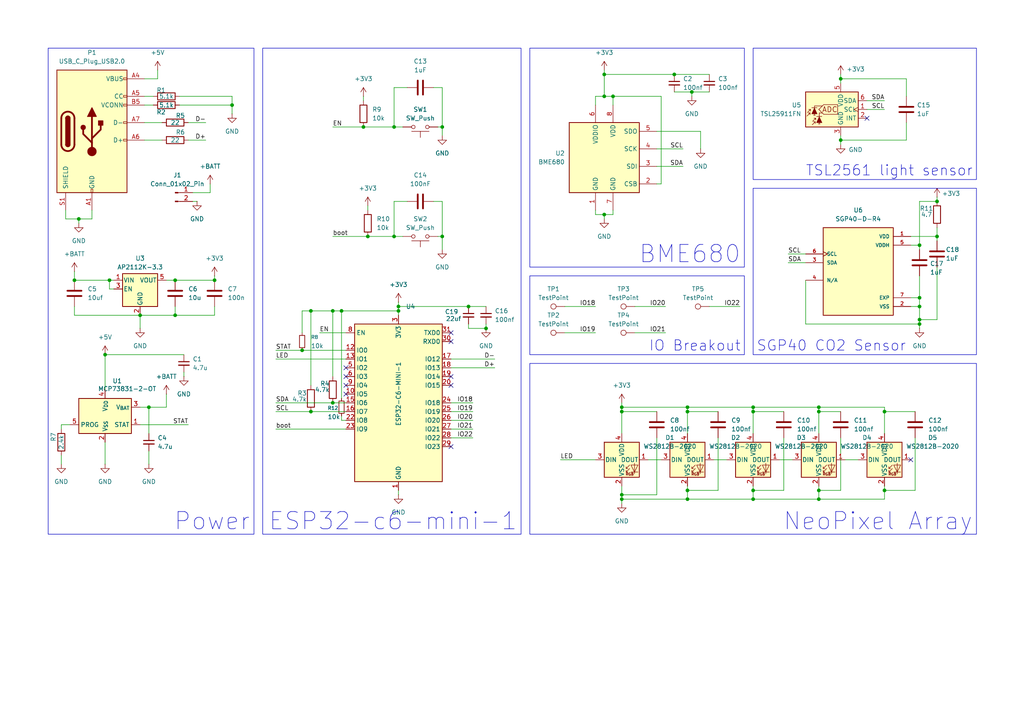
<source format=kicad_sch>
(kicad_sch (version 20250114) (generator "eeschema") (generator_version "9.0")
  (paper "A4")
  (lib_symbols
    (symbol "Battery_Management:MCP73831-2-OT"
      (property "Reference" "U" (at -7.62 6.35 0))
      (property "Value" "MCP73831-2-OT" (at 1.27 6.35 0))
      (symbol "MCP73831-2-OT_1_1"
        (pin input line (at -10.16 -2.54 0) (length 2.54) (name "PROG") (number "5"))
        (pin power_in line (at 0 7.62 270) (length 2.54) (name "V_{DD}") (number "4"))
        (pin power_in line (at 0 -7.62 90) (length 2.54) (name "V_{SS}") (number "2"))
        (pin power_out line (at 10.16 2.54 180) (length 2.54) (name "V_{BAT}") (number "3"))
        (pin tri_state line (at 10.16 -2.54 180) (length 2.54) (name "STAT") (number "1"))
      )
    )
    (symbol "Connector:Conn_01x02_Pin" (pin_names (offset 1.016) (hide yes))
      (property "Reference" "J" (at 0 2.54 0))
      (property "Value" "Conn_01x02_Pin" (at 0 -5.08 0))
      (symbol "Conn_01x02_Pin_1_1"
        (pin passive line (at 5.08 0 180) (length 3.81) (name "Pin_1") (number "1"))
        (pin passive line (at 5.08 -2.54 180) (length 3.81) (name "Pin_2") (number "2"))
      )
    )
    (symbol "Connector:TestPoint" (pin_numbers (hide yes)) (pin_names (offset 0.762) (hide yes))
      (property "Reference" "TP" (at 0 6.858 0))
      (property "Value" "TestPoint" (at 0 5.08 0))
      (symbol "TestPoint_1_1"
        (pin passive line (at 0 0 90) (length 2.54) (name "1") (number "1"))
      )
    )
    (symbol "Connector:USB_C_Plug_USB2.0" (pin_names (offset 1.016))
      (property "Reference" "P" (at -10.16 19.05 0))
      (property "Value" "USB_C_Plug_USB2.0" (at 12.7 19.05 0))
      (symbol "USB_C_Plug_USB2.0_1_1"
        (pin passive line (at -7.62 -22.86 90) (length 5.08) (name "SHIELD") (number "S1"))
        (pin passive line (at 0 -22.86 90) (length 5.08) (name "GND") (number "A1"))
        (pin passive line (at 0 -22.86 90) (length 5.08) (hide yes) (name "GND") (number "A12"))
        (pin passive line (at 0 -22.86 90) (length 5.08) (hide yes) (name "GND") (number "B1"))
        (pin passive line (at 0 -22.86 90) (length 5.08) (hide yes) (name "GND") (number "B12"))
        (pin passive line (at 15.24 15.24 180) (length 5.08) (name "VBUS") (number "A4"))
        (pin passive line (at 15.24 15.24 180) (length 5.08) (hide yes) (name "VBUS") (number "A9"))
        (pin passive line (at 15.24 15.24 180) (length 5.08) (hide yes) (name "VBUS") (number "B4"))
        (pin passive line (at 15.24 15.24 180) (length 5.08) (hide yes) (name "VBUS") (number "B9"))
        (pin bidirectional line (at 15.24 10.16 180) (length 5.08) (name "CC") (number "A5"))
        (pin bidirectional line (at 15.24 7.62 180) (length 5.08) (name "VCONN") (number "B5"))
        (pin bidirectional line (at 15.24 2.54 180) (length 5.08) (name "D-") (number "A7"))
        (pin bidirectional line (at 15.24 -2.54 180) (length 5.08) (name "D+") (number "A6"))
      )
    )
    (symbol "Device:C" (pin_numbers (hide yes)) (pin_names (offset 0.254))
      (property "Reference" "C" (at 0.635 2.54 0))
      (property "Value" "C" (at 0.635 -2.54 0))
      (symbol "C_1_1"
        (pin passive line (at 0 3.81 270) (length 2.794) (name "~") (number "1"))
        (pin passive line (at 0 -3.81 90) (length 2.794) (name "~") (number "2"))
      )
    )
    (symbol "Device:C_Small" (pin_numbers (hide yes)) (pin_names (offset 0.254) (hide yes))
      (property "Reference" "C" (at 0.254 1.778 0))
      (property "Value" "C_Small" (at 0.254 -2.032 0))
      (symbol "C_Small_1_1"
        (pin passive line (at 0 2.54 270) (length 2.032) (name "~") (number "1"))
        (pin passive line (at 0 -2.54 90) (length 2.032) (name "~") (number "2"))
      )
    )
    (symbol "Device:R" (pin_numbers (hide yes)) (pin_names (offset 0))
      (property "Reference" "R" (at 2.032 0 90))
      (property "Value" "R" (at 0 0 90))
      (symbol "R_1_1"
        (pin passive line (at 0 3.81 270) (length 1.27) (name "~") (number "1"))
        (pin passive line (at 0 -3.81 90) (length 1.27) (name "~") (number "2"))
      )
    )
    (symbol "Device:R_Small" (pin_numbers (hide yes)) (pin_names (offset 0.254) (hide yes))
      (property "Reference" "R" (at 0 0 90))
      (property "Value" "R_Small" (at 1.778 0 90))
      (symbol "R_Small_1_1"
        (pin passive line (at 0 2.54 270) (length 0.762) (name "~") (number "1"))
        (pin passive line (at 0 -2.54 90) (length 0.762) (name "~") (number "2"))
      )
    )
    (symbol "LED:WS2812B-2020" (pin_names (offset 0.254))
      (property "Reference" "D" (at 5.08 5.715 0))
      (property "Value" "WS2812B-2020" (at 1.27 -5.715 0))
      (symbol "WS2812B-2020_0_0"
        (text "RGB" (at 2.286 -4.191 0) (effects (font (size 0.762 0.762))))
      )
      (symbol "WS2812B-2020_1_1"
        (pin input line (at -7.62 0 0) (length 2.54) (name "DIN") (number "3"))
        (pin power_in line (at 0 7.62 270) (length 2.54) (name "VDD") (number "4"))
        (pin power_in line (at 0 -7.62 90) (length 2.54) (name "VSS") (number "2"))
        (pin output line (at 7.62 0 180) (length 2.54) (name "DOUT") (number "1"))
      )
    )
    (symbol "RF_Module:ESP32-C6-MINI-1"
      (property "Reference" "U" (at -11.43 24.13 0))
      (property "Value" "ESP32-C6-MINI-1" (at 12.7 24.13 0))
      (symbol "ESP32-C6-MINI-1_1_1"
        (pin input line (at -15.24 20.32 0) (length 2.54) (name "EN") (number "8"))
        (pin bidirectional line (at -15.24 15.24 0) (length 2.54) (name "IO0") (number "12"))
        (pin bidirectional line (at -15.24 12.7 0) (length 2.54) (name "IO1") (number "13"))
        (pin bidirectional line (at -15.24 10.16 0) (length 2.54) (name "IO2") (number "5"))
        (pin bidirectional line (at -15.24 7.62 0) (length 2.54) (name "IO3") (number "6"))
        (pin bidirectional line (at -15.24 5.08 0) (length 2.54) (name "IO4") (number "9"))
        (pin bidirectional line (at -15.24 2.54 0) (length 2.54) (name "IO5") (number "10"))
        (pin bidirectional line (at -15.24 0 0) (length 2.54) (name "IO6") (number "15"))
        (pin bidirectional line (at -15.24 -2.54 0) (length 2.54) (name "IO7") (number "16"))
        (pin bidirectional line (at -15.24 -5.08 0) (length 2.54) (name "IO8") (number "22"))
        (pin bidirectional line (at -15.24 -7.62 0) (length 2.54) (name "IO9") (number "23"))
        (pin no_connect line (at -12.7 -12.7 0) (length 2.54) (hide yes) (name "NC") (number "32"))
        (pin no_connect line (at -12.7 -15.24 0) (length 2.54) (hide yes) (name "NC") (number "33"))
        (pin no_connect line (at -12.7 -17.78 0) (length 2.54) (hide yes) (name "NC") (number "34"))
        (pin no_connect line (at -12.7 -20.32 0) (length 2.54) (hide yes) (name "NC") (number "35"))
        (pin power_in line (at 0 25.4 270) (length 2.54) (name "3V3") (number "3"))
        (pin power_in line (at 0 -25.4 90) (length 2.54) (name "GND") (number "1"))
        (pin passive line (at 0 -25.4 90) (length 2.54) (hide yes) (name "GND") (number "11"))
        (pin passive line (at 0 -25.4 90) (length 2.54) (hide yes) (name "GND") (number "14"))
        (pin passive line (at 0 -25.4 90) (length 2.54) (hide yes) (name "GND") (number "2"))
        (pin passive line (at 0 -25.4 90) (length 2.54) (hide yes) (name "GND") (number "36"))
        (pin passive line (at 0 -25.4 90) (length 2.54) (hide yes) (name "GND") (number "37"))
        (pin passive line (at 0 -25.4 90) (length 2.54) (hide yes) (name "GND") (number "38"))
        (pin passive line (at 0 -25.4 90) (length 2.54) (hide yes) (name "GND") (number "39"))
        (pin passive line (at 0 -25.4 90) (length 2.54) (hide yes) (name "GND") (number "40"))
        (pin passive line (at 0 -25.4 90) (length 2.54) (hide yes) (name "GND") (number "41"))
        (pin passive line (at 0 -25.4 90) (length 2.54) (hide yes) (name "GND") (number "42"))
        (pin passive line (at 0 -25.4 90) (length 2.54) (hide yes) (name "GND") (number "43"))
        (pin passive line (at 0 -25.4 90) (length 2.54) (hide yes) (name "GND") (number "44"))
        (pin passive line (at 0 -25.4 90) (length 2.54) (hide yes) (name "GND") (number "45"))
        (pin passive line (at 0 -25.4 90) (length 2.54) (hide yes) (name "GND") (number "46"))
        (pin passive line (at 0 -25.4 90) (length 2.54) (hide yes) (name "GND") (number "47"))
        (pin passive line (at 0 -25.4 90) (length 2.54) (hide yes) (name "GND") (number "48"))
        (pin passive line (at 0 -25.4 90) (length 2.54) (hide yes) (name "GND") (number "49"))
        (pin passive line (at 0 -25.4 90) (length 2.54) (hide yes) (name "GND") (number "50"))
        (pin passive line (at 0 -25.4 90) (length 2.54) (hide yes) (name "GND") (number "51"))
        (pin passive line (at 0 -25.4 90) (length 2.54) (hide yes) (name "GND") (number "52"))
        (pin passive line (at 0 -25.4 90) (length 2.54) (hide yes) (name "GND") (number "53"))
        (pin no_connect line (at 12.7 -15.24 180) (length 2.54) (hide yes) (name "NC") (number "4"))
        (pin no_connect line (at 12.7 -17.78 180) (length 2.54) (hide yes) (name "NC") (number "7"))
        (pin no_connect line (at 12.7 -20.32 180) (length 2.54) (hide yes) (name "NC") (number "21"))
        (pin bidirectional line (at 15.24 20.32 180) (length 2.54) (name "TXD0") (number "31"))
        (pin bidirectional line (at 15.24 17.78 180) (length 2.54) (name "RXD0") (number "30"))
        (pin bidirectional line (at 15.24 12.7 180) (length 2.54) (name "IO12") (number "17"))
        (pin bidirectional line (at 15.24 10.16 180) (length 2.54) (name "IO13") (number "18"))
        (pin bidirectional line (at 15.24 7.62 180) (length 2.54) (name "IO14") (number "19"))
        (pin bidirectional line (at 15.24 5.08 180) (length 2.54) (name "IO15") (number "20"))
        (pin bidirectional line (at 15.24 0 180) (length 2.54) (name "IO18") (number "24"))
        (pin bidirectional line (at 15.24 -2.54 180) (length 2.54) (name "IO19") (number "25"))
        (pin bidirectional line (at 15.24 -5.08 180) (length 2.54) (name "IO20") (number "26"))
        (pin bidirectional line (at 15.24 -7.62 180) (length 2.54) (name "IO21") (number "27"))
        (pin bidirectional line (at 15.24 -10.16 180) (length 2.54) (name "IO22") (number "28"))
        (pin bidirectional line (at 15.24 -12.7 180) (length 2.54) (name "IO23") (number "29"))
      )
    )
    (symbol "Regulator_Linear:AP2112K-3.3" (pin_names (offset 0.254))
      (property "Reference" "U" (at -5.08 5.715 0))
      (property "Value" "AP2112K-3.3" (at 0 5.715 0))
      (symbol "AP2112K-3.3_1_1"
        (pin power_in line (at -7.62 2.54 0) (length 2.54) (name "VIN") (number "1"))
        (pin input line (at -7.62 0 0) (length 2.54) (name "EN") (number "3"))
        (pin power_in line (at 0 -7.62 90) (length 2.54) (name "GND") (number "2"))
        (pin no_connect line (at 5.08 0 180) (length 2.54) (hide yes) (name "NC") (number "4"))
        (pin power_out line (at 7.62 2.54 180) (length 2.54) (name "VOUT") (number "5"))
      )
    )
    (symbol "SGP40-D-R4:SGP40-D-R4" (pin_names (offset 1.016))
      (property "Reference" "U" (at -10.16 13.462 0))
      (property "Value" "SGP40-D-R4" (at -10.16 -15.24 0))
      (symbol "SGP40-D-R4_0_0"
        (pin bidirectional clock (at -15.24 5.08 0) (length 5.08) (name "SCL") (number "6"))
        (pin bidirectional line (at -15.24 2.54 0) (length 5.08) (name "SDA") (number "3"))
        (pin passive line (at -15.24 -2.54 0) (length 5.08) (name "N/A") (number "4"))
        (pin power_in line (at 15.24 10.16 180) (length 5.08) (name "VDD") (number "1"))
        (pin power_in line (at 15.24 7.62 180) (length 5.08) (name "VDDH") (number "5"))
        (pin power_in line (at 15.24 -7.62 180) (length 5.08) (name "EXP") (number "7"))
        (pin power_in line (at 15.24 -10.16 180) (length 5.08) (name "VSS") (number "2"))
      )
    )
    (symbol "Sensor:BME680"
      (property "Reference" "U" (at -8.89 11.43 0))
      (property "Value" "BME680" (at 7.62 11.43 0))
      (symbol "BME680_1_1"
        (pin power_in line (at -2.54 15.24 270) (length 5.08) (name "VDDIO") (number "6"))
        (pin power_in line (at -2.54 -15.24 90) (length 5.08) (name "GND") (number "1"))
        (pin power_in line (at 2.54 15.24 270) (length 5.08) (name "VDD") (number "8"))
        (pin power_in line (at 2.54 -15.24 90) (length 5.08) (name "GND") (number "7"))
        (pin bidirectional line (at 15.24 7.62 180) (length 5.08) (name "SDO") (number "5"))
        (pin input line (at 15.24 2.54 180) (length 5.08) (name "SCK") (number "4"))
        (pin bidirectional line (at 15.24 -2.54 180) (length 5.08) (name "SDI") (number "3"))
        (pin input line (at 15.24 -7.62 180) (length 5.08) (name "CSB") (number "2"))
      )
    )
    (symbol "Sensor_Optical:TSL25911FN"
      (property "Reference" "U" (at -7.62 6.35 0))
      (property "Value" "TSL25911FN" (at 0 -6.35 0))
      (symbol "TSL25911FN_0_0"
        (text "ADC" (at -0.635 0 0) (effects (font (size 1.524 1.524))))
      )
      (symbol "TSL25911FN_1_1"
        (pin no_connect line (at -7.62 2.54 0) (length 2.54) (hide yes) (name "NC") (number "4"))
        (pin power_in line (at 2.54 7.62 270) (length 2.54) (name "VDD") (number "5"))
        (pin power_in line (at 2.54 -7.62 90) (length 2.54) (name "GND") (number "3"))
        (pin bidirectional line (at 10.16 2.54 180) (length 2.54) (name "SDA") (number "6"))
        (pin input clock (at 10.16 0 180) (length 2.54) (name "SCL") (number "1"))
        (pin open_collector line (at 10.16 -2.54 180) (length 2.54) (name "INT") (number "2"))
      )
    )
    (symbol "Switch:SW_Push" (pin_numbers (hide yes)) (pin_names (offset 1.016) (hide yes))
      (property "Reference" "SW" (at 1.27 2.54 0))
      (property "Value" "SW_Push" (at 0 -1.524 0))
      (symbol "SW_Push_0_1"
        (pin passive line (at -5.08 0 0) (length 2.54) (name "1") (number "1"))
        (pin passive line (at 5.08 0 180) (length 2.54) (name "2") (number "2"))
      )
    )
    (symbol "power:+3V3" (power) (pin_numbers (hide yes)) (pin_names (offset 0) (hide yes))
      (property "Value" "+3V3" (at 0 3.556 0))
      (symbol "+3V3_1_1"
        (pin power_in line (at 0 0 90) (length 0) (name "~") (number "1"))
      )
    )
    (symbol "power:+5V" (power) (pin_numbers (hide yes)) (pin_names (offset 0) (hide yes))
      (property "Value" "+5V" (at 0 3.556 0))
      (symbol "+5V_1_1"
        (pin power_in line (at 0 0 90) (length 0) (name "~") (number "1"))
      )
    )
    (symbol "power:+BATT" (power) (pin_numbers (hide yes)) (pin_names (offset 0) (hide yes))
      (property "Value" "+BATT" (at 0 3.556 0))
      (symbol "+BATT_1_1"
        (pin power_in line (at 0 0 90) (length 0) (name "~") (number "1"))
      )
    )
    (symbol "power:GND" (power) (pin_numbers (hide yes)) (pin_names (offset 0) (hide yes))
      (property "Value" "GND" (at 0 -3.81 0))
      (symbol "GND_1_1"
        (pin power_in line (at 0 0 270) (length 0) (name "~") (number "1"))
      )
    )
  )
  (text_box "TSL2561 light sensor" (at 218.44 13.97 0) (size 64.77 38.1) (margins 0.9525 0.9525 0.9525 0.9525) (effects (font (size 3 3)) (justify right bottom)))
  (text_box "ESP32-c6-mini-1" (at 76.2 13.97 0) (size 74.93 140.97) (margins 0.9525 0.9525 0.9525 0.9525) (effects (font (size 5 5)) (justify right bottom)))
  (text_box "NeoPixel Array" (at 153.67 105.41 0) (size 129.54 49.53) (margins 0.9525 0.9525 0.9525 0.9525) (effects (font (size 5 5)) (justify right bottom)))
  (text_box "IO Breakout" (at 153.67 80.01 0) (size 62.23 22.86) (margins 0.9525 0.9525 0.9525 0.9525) (effects (font (size 3 3)) (justify right bottom)))
  (text_box "SGP40 CO2 Sensor" (at 218.44 54.61 0) (size 64.77 48.26) (margins 0.9525 0.9525 0.9525 0.9525) (effects (font (size 3 3)) (justify left bottom)))
  (text_box "Power" (at 13.97 13.97 0) (size 59.69 140.97) (margins 0.9525 0.9525 0.9525 0.9525) (effects (font (size 5 5)) (justify right bottom)))
  (text_box "BME680" (at 153.67 13.97 0) (size 62.23 63.5) (margins 0.9525 0.9525 0.9525 0.9525) (effects (font (size 5 5)) (justify right bottom)))
  (junction (at 128.27 36.83))
  (junction (at 199.39 119.38))
  (junction (at 21.59 81.28))
  (junction (at 22.86 63.5))
  (junction (at 114.3 68.58))
  (junction (at 237.49 144.78))
  (junction (at 237.49 142.24))
  (junction (at 31.75 81.28))
  (junction (at 218.44 142.24))
  (junction (at 175.26 21.59))
  (junction (at 195.58 21.59))
  (junction (at 140.97 95.25))
  (junction (at 199.39 144.78))
  (junction (at 177.8 27.94))
  (junction (at 180.34 144.78))
  (junction (at 180.34 143.51))
  (junction (at 114.3 36.83))
  (junction (at 256.54 119.38))
  (junction (at 90.17 119.38))
  (junction (at 96.52 116.84))
  (junction (at 271.78 58.42))
  (junction (at 87.63 101.6))
  (junction (at 67.31 30.48))
  (junction (at 243.84 22.86))
  (junction (at 90.17 90.17))
  (junction (at 50.8 81.28))
  (junction (at 50.8 91.44))
  (junction (at 115.57 90.17))
  (junction (at 99.06 90.17))
  (junction (at 266.7 92.71))
  (junction (at 135.89 88.9))
  (junction (at 266.7 88.9))
  (junction (at 271.78 68.58))
  (junction (at 199.39 118.11))
  (junction (at 218.44 118.11))
  (junction (at 62.23 81.28))
  (junction (at 218.44 119.38))
  (junction (at 199.39 142.24))
  (junction (at 256.54 142.24))
  (junction (at 180.34 119.38))
  (junction (at 200.66 26.67))
  (junction (at 266.7 86.36))
  (junction (at 106.68 68.58))
  (junction (at 266.7 71.12))
  (junction (at 266.7 93.98))
  (junction (at 128.27 68.58))
  (junction (at 40.64 91.44))
  (junction (at 115.57 88.9))
  (junction (at 30.48 102.87))
  (junction (at 175.26 27.94))
  (junction (at 105.41 36.83))
  (junction (at 180.34 118.11))
  (junction (at 237.49 119.38))
  (junction (at 218.44 144.78))
  (junction (at 96.52 90.17))
  (junction (at 243.84 40.64))
  (junction (at 237.49 118.11))
  (junction (at 43.18 118.11))
  (junction (at 175.26 62.23))
  (no_connect (at 100.33 109.22))
  (no_connect (at 130.81 99.06))
  (no_connect (at 130.81 109.22))
  (no_connect (at 130.81 129.54))
  (no_connect (at 100.33 114.3))
  (no_connect (at 100.33 106.68))
  (no_connect (at 264.16 133.35))
  (no_connect (at 100.33 111.76))
  (no_connect (at 130.81 111.76))
  (no_connect (at 130.81 96.52))
  (no_connect (at 251.46 34.29))
  (wire (pts (xy 180.34 143.51) (xy 180.34 144.78)))
  (wire (pts (xy 233.68 81.28) (xy 233.68 93.98)))
  (wire (pts (xy 243.84 142.24) (xy 237.49 142.24)))
  (wire (pts (xy 40.64 91.44) (xy 50.8 91.44)))
  (wire (pts (xy 99.06 90.17) (xy 115.57 90.17)))
  (wire (pts (xy 228.6 73.66) (xy 233.68 73.66)))
  (wire (pts (xy 191.77 27.94) (xy 177.8 27.94)))
  (wire (pts (xy 48.26 114.3) (xy 48.26 118.11)))
  (wire (pts (xy 203.2 38.1) (xy 203.2 43.18)))
  (wire (pts (xy 137.16 124.46) (xy 130.81 124.46)))
  (wire (pts (xy 199.39 118.11) (xy 218.44 118.11)))
  (wire (pts (xy 87.63 101.6) (xy 100.33 101.6)))
  (wire (pts (xy 227.33 127) (xy 227.33 142.24)))
  (wire (pts (xy 21.59 91.44) (xy 40.64 91.44)))
  (wire (pts (xy 128.27 58.42) (xy 128.27 68.58)))
  (wire (pts (xy 237.49 144.78) (xy 218.44 144.78)))
  (wire (pts (xy 190.5 38.1) (xy 203.2 38.1)))
  (wire (pts (xy 17.78 123.19) (xy 17.78 124.46)))
  (wire (pts (xy 243.84 40.64) (xy 243.84 39.37)))
  (wire (pts (xy 143.51 106.68) (xy 130.81 106.68)))
  (wire (pts (xy 190.5 53.34) (xy 191.77 53.34)))
  (wire (pts (xy 21.59 81.28) (xy 31.75 81.28)))
  (wire (pts (xy 243.84 22.86) (xy 262.89 22.86)))
  (wire (pts (xy 41.91 30.48) (xy 44.45 30.48)))
  (wire (pts (xy 266.7 58.42) (xy 266.7 71.12)))
  (wire (pts (xy 199.39 125.73) (xy 199.39 119.38)))
  (wire (pts (xy 214.63 88.9) (xy 205.74 88.9)))
  (wire (pts (xy 137.16 127) (xy 130.81 127)))
  (wire (pts (xy 96.52 90.17) (xy 99.06 90.17)))
  (wire (pts (xy 21.59 78.74) (xy 21.59 81.28)))
  (wire (pts (xy 115.57 143.51) (xy 115.57 142.24)))
  (wire (pts (xy 30.48 102.87) (xy 53.34 102.87)))
  (wire (pts (xy 265.43 127) (xy 265.43 142.24)))
  (wire (pts (xy 41.91 40.64) (xy 46.99 40.64)))
  (wire (pts (xy 237.49 119.38) (xy 243.84 119.38)))
  (wire (pts (xy 92.71 96.52) (xy 100.33 96.52)))
  (wire (pts (xy 62.23 80.01) (xy 62.23 81.28)))
  (wire (pts (xy 175.26 62.23) (xy 177.8 62.23)))
  (wire (pts (xy 237.49 118.11) (xy 256.54 118.11)))
  (wire (pts (xy 175.26 21.59) (xy 195.58 21.59)))
  (wire (pts (xy 26.67 60.96) (xy 26.67 63.5)))
  (wire (pts (xy 43.18 118.11) (xy 40.64 118.11)))
  (wire (pts (xy 243.84 22.86) (xy 243.84 24.13)))
  (wire (pts (xy 233.68 93.98) (xy 266.7 93.98)))
  (wire (pts (xy 106.68 59.69) (xy 106.68 60.96)))
  (wire (pts (xy 193.04 88.9) (xy 184.15 88.9)))
  (wire (pts (xy 190.5 127) (xy 190.5 143.51)))
  (wire (pts (xy 50.8 88.9) (xy 50.8 91.44)))
  (wire (pts (xy 99.06 90.17) (xy 99.06 115.57)))
  (wire (pts (xy 118.11 25.4) (xy 114.3 25.4)))
  (wire (pts (xy 199.39 119.38) (xy 199.39 118.11)))
  (wire (pts (xy 127 68.58) (xy 128.27 68.58)))
  (wire (pts (xy 118.11 58.42) (xy 114.3 58.42)))
  (wire (pts (xy 17.78 134.62) (xy 17.78 132.08)))
  (wire (pts (xy 20.32 123.19) (xy 17.78 123.19)))
  (wire (pts (xy 33.02 83.82) (xy 31.75 83.82)))
  (wire (pts (xy 237.49 142.24) (xy 237.49 144.78)))
  (wire (pts (xy 19.05 60.96) (xy 19.05 63.5)))
  (wire (pts (xy 99.06 121.92) (xy 100.33 121.92)))
  (wire (pts (xy 271.78 66.04) (xy 271.78 68.58)))
  (wire (pts (xy 199.39 119.38) (xy 208.28 119.38)))
  (wire (pts (xy 175.26 27.94) (xy 177.8 27.94)))
  (wire (pts (xy 53.34 109.22) (xy 53.34 107.95)))
  (wire (pts (xy 114.3 68.58) (xy 116.84 68.58)))
  (wire (pts (xy 190.5 143.51) (xy 180.34 143.51)))
  (wire (pts (xy 180.34 119.38) (xy 190.5 119.38)))
  (wire (pts (xy 200.66 27.94) (xy 200.66 26.67)))
  (wire (pts (xy 172.72 60.96) (xy 172.72 62.23)))
  (wire (pts (xy 264.16 71.12) (xy 266.7 71.12)))
  (wire (pts (xy 128.27 25.4) (xy 128.27 36.83)))
  (wire (pts (xy 41.91 27.94) (xy 44.45 27.94)))
  (wire (pts (xy 175.26 20.32) (xy 175.26 21.59)))
  (wire (pts (xy 55.88 55.88) (xy 60.96 55.88)))
  (wire (pts (xy 243.84 41.91) (xy 243.84 40.64)))
  (wire (pts (xy 80.01 116.84) (xy 96.52 116.84)))
  (wire (pts (xy 140.97 95.25) (xy 140.97 93.98)))
  (wire (pts (xy 114.3 36.83) (xy 116.84 36.83)))
  (wire (pts (xy 40.64 91.44) (xy 40.64 95.25)))
  (wire (pts (xy 199.39 144.78) (xy 218.44 144.78)))
  (wire (pts (xy 80.01 119.38) (xy 90.17 119.38)))
  (wire (pts (xy 180.34 140.97) (xy 180.34 143.51)))
  (wire (pts (xy 190.5 43.18) (xy 198.12 43.18)))
  (wire (pts (xy 251.46 31.75) (xy 256.54 31.75)))
  (wire (pts (xy 135.89 88.9) (xy 140.97 88.9)))
  (wire (pts (xy 172.72 96.52) (xy 163.83 96.52)))
  (wire (pts (xy 87.63 90.17) (xy 90.17 90.17)))
  (wire (pts (xy 105.41 36.83) (xy 114.3 36.83)))
  (wire (pts (xy 172.72 30.48) (xy 172.72 27.94)))
  (wire (pts (xy 172.72 27.94) (xy 175.26 27.94)))
  (wire (pts (xy 264.16 86.36) (xy 266.7 86.36)))
  (wire (pts (xy 180.34 144.78) (xy 180.34 146.05)))
  (wire (pts (xy 52.07 30.48) (xy 67.31 30.48)))
  (wire (pts (xy 115.57 87.63) (xy 115.57 88.9)))
  (wire (pts (xy 96.52 36.83) (xy 105.41 36.83)))
  (wire (pts (xy 227.33 142.24) (xy 218.44 142.24)))
  (wire (pts (xy 199.39 144.78) (xy 199.39 142.24)))
  (wire (pts (xy 256.54 119.38) (xy 256.54 125.73)))
  (wire (pts (xy 60.96 55.88) (xy 60.96 53.34)))
  (wire (pts (xy 128.27 36.83) (xy 128.27 39.37)))
  (wire (pts (xy 262.89 27.94) (xy 262.89 22.86)))
  (wire (pts (xy 271.78 92.71) (xy 266.7 92.71)))
  (wire (pts (xy 187.96 133.35) (xy 191.77 133.35)))
  (wire (pts (xy 266.7 95.25) (xy 266.7 93.98)))
  (wire (pts (xy 30.48 102.87) (xy 30.48 113.03)))
  (wire (pts (xy 218.44 144.78) (xy 218.44 142.24)))
  (wire (pts (xy 96.52 116.84) (xy 100.33 116.84)))
  (wire (pts (xy 266.7 80.01) (xy 266.7 86.36)))
  (wire (pts (xy 99.06 120.65) (xy 99.06 121.92)))
  (wire (pts (xy 45.72 22.86) (xy 45.72 20.32)))
  (wire (pts (xy 115.57 88.9) (xy 135.89 88.9)))
  (wire (pts (xy 256.54 118.11) (xy 256.54 119.38)))
  (wire (pts (xy 90.17 90.17) (xy 96.52 90.17)))
  (wire (pts (xy 256.54 142.24) (xy 256.54 144.78)))
  (wire (pts (xy 40.64 123.19) (xy 54.61 123.19)))
  (wire (pts (xy 266.7 71.12) (xy 266.7 72.39)))
  (wire (pts (xy 199.39 118.11) (xy 180.34 118.11)))
  (wire (pts (xy 115.57 90.17) (xy 115.57 91.44)))
  (wire (pts (xy 52.07 27.94) (xy 67.31 27.94)))
  (wire (pts (xy 127 36.83) (xy 128.27 36.83)))
  (wire (pts (xy 191.77 53.34) (xy 191.77 27.94)))
  (wire (pts (xy 48.26 81.28) (xy 50.8 81.28)))
  (wire (pts (xy 266.7 92.71) (xy 266.7 88.9)))
  (wire (pts (xy 218.44 142.24) (xy 218.44 140.97)))
  (wire (pts (xy 271.78 58.42) (xy 266.7 58.42)))
  (wire (pts (xy 266.7 93.98) (xy 266.7 92.71)))
  (wire (pts (xy 177.8 60.96) (xy 177.8 62.23)))
  (wire (pts (xy 55.88 58.42) (xy 57.15 58.42)))
  (wire (pts (xy 243.84 21.59) (xy 243.84 22.86)))
  (wire (pts (xy 180.34 144.78) (xy 199.39 144.78)))
  (wire (pts (xy 137.16 116.84) (xy 130.81 116.84)))
  (wire (pts (xy 43.18 134.62) (xy 43.18 130.81)))
  (wire (pts (xy 33.02 81.28) (xy 31.75 81.28)))
  (wire (pts (xy 180.34 118.11) (xy 180.34 119.38)))
  (wire (pts (xy 262.89 35.56) (xy 262.89 40.64)))
  (wire (pts (xy 137.16 119.38) (xy 130.81 119.38)))
  (wire (pts (xy 54.61 40.64) (xy 59.69 40.64)))
  (wire (pts (xy 177.8 27.94) (xy 177.8 30.48)))
  (wire (pts (xy 114.3 58.42) (xy 114.3 68.58)))
  (wire (pts (xy 172.72 88.9) (xy 163.83 88.9)))
  (wire (pts (xy 256.54 119.38) (xy 265.43 119.38)))
  (wire (pts (xy 26.67 63.5) (xy 22.86 63.5)))
  (wire (pts (xy 105.41 27.94) (xy 105.41 29.21)))
  (wire (pts (xy 172.72 62.23) (xy 175.26 62.23)))
  (wire (pts (xy 256.54 144.78) (xy 237.49 144.78)))
  (wire (pts (xy 80.01 124.46) (xy 100.33 124.46)))
  (wire (pts (xy 256.54 140.97) (xy 256.54 142.24)))
  (wire (pts (xy 208.28 142.24) (xy 199.39 142.24)))
  (wire (pts (xy 251.46 29.21) (xy 256.54 29.21)))
  (wire (pts (xy 262.89 40.64) (xy 243.84 40.64)))
  (wire (pts (xy 30.48 134.62) (xy 30.48 128.27)))
  (wire (pts (xy 175.26 63.5) (xy 175.26 62.23)))
  (wire (pts (xy 266.7 86.36) (xy 266.7 88.9)))
  (wire (pts (xy 200.66 26.67) (xy 205.74 26.67)))
  (wire (pts (xy 80.01 101.6) (xy 87.63 101.6)))
  (wire (pts (xy 48.26 118.11) (xy 43.18 118.11)))
  (wire (pts (xy 162.56 133.35) (xy 172.72 133.35)))
  (wire (pts (xy 137.16 121.92) (xy 130.81 121.92)))
  (wire (pts (xy 135.89 95.25) (xy 140.97 95.25)))
  (wire (pts (xy 80.01 104.14) (xy 100.33 104.14)))
  (wire (pts (xy 237.49 140.97) (xy 237.49 142.24)))
  (wire (pts (xy 271.78 57.15) (xy 271.78 58.42)))
  (wire (pts (xy 264.16 88.9) (xy 266.7 88.9)))
  (wire (pts (xy 19.05 63.5) (xy 22.86 63.5)))
  (wire (pts (xy 190.5 48.26) (xy 198.12 48.26)))
  (wire (pts (xy 243.84 127) (xy 243.84 142.24)))
  (wire (pts (xy 54.61 35.56) (xy 59.69 35.56)))
  (wire (pts (xy 245.11 133.35) (xy 248.92 133.35)))
  (wire (pts (xy 67.31 27.94) (xy 67.31 30.48)))
  (wire (pts (xy 87.63 96.52) (xy 87.63 90.17)))
  (wire (pts (xy 207.01 133.35) (xy 210.82 133.35)))
  (wire (pts (xy 96.52 90.17) (xy 96.52 109.22)))
  (wire (pts (xy 265.43 142.24) (xy 256.54 142.24)))
  (wire (pts (xy 199.39 142.24) (xy 199.39 140.97)))
  (wire (pts (xy 218.44 118.11) (xy 237.49 118.11)))
  (wire (pts (xy 271.78 69.85) (xy 271.78 68.58)))
  (wire (pts (xy 208.28 127) (xy 208.28 142.24)))
  (wire (pts (xy 115.57 88.9) (xy 115.57 90.17)))
  (wire (pts (xy 62.23 91.44) (xy 62.23 88.9)))
  (wire (pts (xy 218.44 118.11) (xy 218.44 119.38)))
  (wire (pts (xy 67.31 30.48) (xy 67.31 33.02)))
  (wire (pts (xy 125.73 58.42) (xy 128.27 58.42)))
  (wire (pts (xy 125.73 25.4) (xy 128.27 25.4)))
  (wire (pts (xy 90.17 119.38) (xy 100.33 119.38)))
  (wire (pts (xy 41.91 22.86) (xy 45.72 22.86)))
  (wire (pts (xy 21.59 88.9) (xy 21.59 91.44)))
  (wire (pts (xy 143.51 104.14) (xy 130.81 104.14)))
  (wire (pts (xy 90.17 90.17) (xy 90.17 111.76)))
  (wire (pts (xy 218.44 119.38) (xy 218.44 125.73)))
  (wire (pts (xy 193.04 96.52) (xy 184.15 96.52)))
  (wire (pts (xy 264.16 68.58) (xy 271.78 68.58)))
  (wire (pts (xy 180.34 119.38) (xy 180.34 125.73)))
  (wire (pts (xy 31.75 83.82) (xy 31.75 81.28)))
  (wire (pts (xy 41.91 35.56) (xy 46.99 35.56)))
  (wire (pts (xy 114.3 25.4) (xy 114.3 36.83)))
  (wire (pts (xy 50.8 91.44) (xy 62.23 91.44)))
  (wire (pts (xy 226.06 133.35) (xy 229.87 133.35)))
  (wire (pts (xy 195.58 21.59) (xy 205.74 21.59)))
  (wire (pts (xy 180.34 116.84) (xy 180.34 118.11)))
  (wire (pts (xy 271.78 77.47) (xy 271.78 92.71)))
  (wire (pts (xy 195.58 26.67) (xy 200.66 26.67)))
  (wire (pts (xy 50.8 81.28) (xy 62.23 81.28)))
  (wire (pts (xy 22.86 64.77) (xy 22.86 63.5)))
  (wire (pts (xy 96.52 68.58) (xy 106.68 68.58)))
  (wire (pts (xy 237.49 119.38) (xy 237.49 125.73)))
  (wire (pts (xy 106.68 68.58) (xy 114.3 68.58)))
  (wire (pts (xy 237.49 118.11) (xy 237.49 119.38)))
  (wire (pts (xy 135.89 93.98) (xy 135.89 95.25)))
  (wire (pts (xy 43.18 125.73) (xy 43.18 118.11)))
  (wire (pts (xy 128.27 68.58) (xy 128.27 72.39)))
  (wire (pts (xy 228.6 76.2) (xy 233.68 76.2)))
  (wire (pts (xy 175.26 21.59) (xy 175.26 27.94)))
  (wire (pts (xy 218.44 119.38) (xy 227.33 119.38)))
  (label "SDA" (at 80.01 116.84 0))
  (label "SDA" (at 256.54 29.21 180))
  (label "IO19" (at 172.72 96.52 180))
  (label "STAT" (at 54.61 123.19 180))
  (label "boot" (at 80.01 124.46 0))
  (label "LED" (at 80.01 104.14 0))
  (label "IO18" (at 172.72 88.9 180))
  (label "D-" (at 59.69 35.56 180))
  (label "SCL" (at 228.6 73.66 0))
  (label "IO21" (at 193.04 96.52 180))
  (label "IO20" (at 193.04 88.9 180))
  (label "IO18" (at 137.16 116.84 180))
  (label "SCL" (at 80.01 119.38 0))
  (label "SCL" (at 256.54 31.75 180))
  (label "D+" (at 143.51 106.68 180))
  (label "EN" (at 92.71 96.52 0))
  (label "D-" (at 143.51 104.14 180))
  (label "boot" (at 96.52 68.58 0))
  (label "SDA" (at 198.12 48.26 180))
  (label "IO22" (at 214.63 88.9 180))
  (label "IO19" (at 137.16 119.38 180))
  (label "SDA" (at 228.6 76.2 0))
  (label "LED" (at 162.56 133.35 0))
  (label "SCL" (at 198.12 43.18 180))
  (label "EN" (at 96.52 36.83 0))
  (label "IO20" (at 137.16 121.92 180))
  (label "IO22" (at 137.16 127 180))
  (label "STAT" (at 80.01 101.6 0))
  (label "IO21" (at 137.16 124.46 180))
  (label "D+" (at 59.69 40.64 180))
  (symbol (lib_id "power:+3V3") (at 115.57 87.63 0) (unit 1)
    (property "Reference" "#PWR013" (effects (hide yes)))
    (property "Value" "+3V3" (at 115.57 82.55 0))
    (property "Description" "Power symbol creates a global label with name \"+3V3\"" (effects (hide yes)))
  )
  (symbol (lib_id "Device:C") (at 62.23 85.09 0) (unit 1)
    (property "Reference" "C7" (at 66.04 83.8199 0) (effects (justify left)))
    (property "Value" "100n" (at 66.04 86.3599 0) (effects (justify left)))
    (property "Footprint" "Capacitor_SMD:C_0402_1005Metric" (effects (hide yes)))
    (property "Description" "Unpolarized capacitor" (effects (hide yes)))
  )
  (symbol (lib_id "power:GND") (at 53.34 109.22 0) (unit 1)
    (property "Reference" "#PWR04" (effects (hide yes)))
    (property "Value" "GND" (at 53.34 114.3 0))
    (property "Description" "Power symbol creates a global label with name \"GND\" , ground" (effects (hide yes)))
  )
  (symbol (lib_id "power:GND") (at 115.57 143.51 0) (unit 1)
    (property "Reference" "#PWR016" (effects (hide yes)))
    (property "Value" "GND" (at 115.57 148.59 0))
    (property "Description" "Power symbol creates a global label with name \"GND\" , ground" (effects (hide yes)))
  )
  (symbol (lib_id "Connector:TestPoint") (at 184.15 88.9 90) (unit 1)
    (property "Reference" "TP3" (at 180.848 83.82 90))
    (property "Value" "TestPoint" (at 180.848 86.36 90))
    (property "Description" "test point" (effects (hide yes)))
  )
  (symbol (lib_id "Device:C") (at 262.89 31.75 0) (unit 1)
    (property "Reference" "C15" (at 265.938 30.48 0) (effects (justify left)))
    (property "Value" "1uF" (at 265.938 33.02 0) (effects (justify left)))
    (property "Footprint" "Capacitor_SMD:C_0402_1005Metric" (effects (hide yes)))
    (property "Description" "Unpolarized capacitor" (effects (hide yes)))
  )
  (symbol (lib_id "Sensor_Optical:TSL25911FN") (at 241.3 31.75 0) (unit 1)
    (property "Reference" "U5" (at 232.41 30.4799 0) (effects (justify right)))
    (property "Value" "TSL25911FN" (at 232.41 33.0199 0) (effects (justify right)))
    (property "Footprint" "OptoDevice:AMS_TSL25911FN" (effects (hide yes)))
    (property "Datasheet" "https://ams.com/documents/20143/9331680/TSL2591_DS000338_7-00.pdf" (effects (hide yes)))
    (property "Description" "Light to digital converter, 2.7 to 3.6V Vdd, DFN-6" (effects (hide yes)))
  )
  (symbol (lib_id "LED:WS2812B-2020") (at 218.44 133.35 0) (unit 1)
    (property "Reference" "D3" (at 232.41 126.9298 0))
    (property "Value" "WS2812B-2020" (at 232.41 129.4698 0))
    (property "Footprint" "LED_SMD:LED_WS2812B-2020_PLCC4_2.0x2.0mm" (effects (hide yes)))
    (property "Datasheet" "https://cdn-shop.adafruit.com/product-files/4684/4684_WS2812B-2020_V1.3_EN.pdf" (effects (hide yes)))
    (property "Description" "RGB LED with integrated controller, 2.0 x 2.0 mm, 12 mA" (effects (hide yes)))
  )
  (symbol (lib_id "Device:R") (at 50.8 40.64 90) (unit 1)
    (property "Reference" "R6" (at 52.324 38.354 90))
    (property "Value" "22" (at 50.8 40.64 90))
    (property "Footprint" "Resistor_SMD:R_0402_1005Metric" (effects (hide yes)))
    (property "Description" "Resistor" (effects (hide yes)))
  )
  (symbol (lib_id "power:GND") (at 128.27 72.39 0) (unit 1)
    (property "Reference" "#PWR022" (effects (hide yes)))
    (property "Value" "GND" (at 128.27 77.47 0))
    (property "Description" "Power symbol creates a global label with name \"GND\" , ground" (effects (hide yes)))
  )
  (symbol (lib_id "power:+3V3") (at 175.26 20.32 0) (unit 1)
    (property "Reference" "#PWR03" (effects (hide yes)))
    (property "Value" "+3V3" (at 175.26 15.24 0))
    (property "Description" "Power symbol creates a global label with name \"+3V3\"" (effects (hide yes)))
  )
  (symbol (lib_id "power:GND") (at 140.97 95.25 0) (unit 1)
    (property "Reference" "#PWR029" (effects (hide yes)))
    (property "Value" "GND" (at 140.97 100.33 0))
    (property "Description" "Power symbol creates a global label with name \"GND\" , ground" (effects (hide yes)))
  )
  (symbol (lib_id "Device:C") (at 121.92 58.42 90) (unit 1)
    (property "Reference" "C14" (at 121.92 50.8 90))
    (property "Value" "100nF" (at 121.92 53.34 90))
    (property "Footprint" "Capacitor_SMD:C_0402_1005Metric" (effects (hide yes)))
    (property "Description" "Unpolarized capacitor" (effects (hide yes)))
  )
  (symbol (lib_id "power:+5V") (at 45.72 20.32 0) (unit 1)
    (property "Reference" "#PWR02" (effects (hide yes)))
    (property "Value" "+5V" (at 45.72 15.24 0))
    (property "Description" "Power symbol creates a global label with name \"+5V\"" (effects (hide yes)))
  )
  (symbol (lib_id "Device:C_Small") (at 43.18 128.27 0) (unit 1)
    (property "Reference" "C4" (at 45.72 127.0062 0) (effects (justify left)))
    (property "Value" "4.7u" (at 45.72 129.5462 0) (effects (justify left)))
    (property "Footprint" "Capacitor_SMD:C_0402_1005Metric" (effects (hide yes)))
    (property "Description" "Unpolarized capacitor, small symbol" (effects (hide yes)))
  )
  (symbol (lib_id "Connector:Conn_01x02_Pin") (at 50.8 55.88 0) (unit 1)
    (property "Reference" "J1" (at 51.435 50.8 0))
    (property "Value" "Conn_01x02_Pin" (at 51.435 53.34 0))
    (property "Footprint" "Connector_PinHeader_1.00mm:PinHeader_2x01_P1.00mm_Vertical" (effects (hide yes)))
    (property "Description" "Generic connector, single row, 01x02, script generated" (effects (hide yes)))
  )
  (symbol (lib_id "LED:WS2812B-2020") (at 199.39 133.35 0) (unit 1)
    (property "Reference" "D2" (at 213.36 126.9298 0))
    (property "Value" "WS2812B-2020" (at 213.36 129.4698 0))
    (property "Footprint" "LED_SMD:LED_WS2812B-2020_PLCC4_2.0x2.0mm" (effects (hide yes)))
    (property "Datasheet" "https://cdn-shop.adafruit.com/product-files/4684/4684_WS2812B-2020_V1.3_EN.pdf" (effects (hide yes)))
    (property "Description" "RGB LED with integrated controller, 2.0 x 2.0 mm, 12 mA" (effects (hide yes)))
  )
  (symbol (lib_id "Device:C_Small") (at 195.58 24.13 0) (unit 1)
    (property "Reference" "C2" (at 198.12 22.8662 0) (effects (justify left)))
    (property "Value" "100nf" (at 198.12 25.4062 0) (effects (justify left)))
    (property "Footprint" "Capacitor_SMD:C_0402_1005Metric" (effects (hide yes)))
    (property "Description" "Unpolarized capacitor, small symbol" (effects (hide yes)))
  )
  (symbol (lib_id "power:GND") (at 17.78 134.62 0) (unit 1)
    (property "Reference" "#PWR08" (effects (hide yes)))
    (property "Value" "GND" (at 17.78 139.7 0))
    (property "Description" "Power symbol creates a global label with name \"GND\" , ground" (effects (hide yes)))
  )
  (symbol (lib_id "Connector:TestPoint") (at 205.74 88.9 90) (unit 1)
    (property "Reference" "TP5" (at 202.438 83.82 90))
    (property "Value" "TestPoint" (at 202.438 86.36 90))
    (property "Description" "test point" (effects (hide yes)))
  )
  (symbol (lib_id "power:+3V3") (at 62.23 80.01 0) (unit 1)
    (property "Reference" "#PWR014" (effects (hide yes)))
    (property "Value" "+3V3" (at 62.23 74.93 0))
    (property "Description" "Power symbol creates a global label with name \"+3V3\"" (effects (hide yes)))
  )
  (symbol (lib_id "power:GND") (at 243.84 41.91 0) (unit 1)
    (property "Reference" "#PWR028" (effects (hide yes)))
    (property "Value" "GND" (at 248.158 43.434 0))
    (property "Description" "Power symbol creates a global label with name \"GND\" , ground" (effects (hide yes)))
  )
  (symbol (lib_id "LED:WS2812B-2020") (at 237.49 133.35 0) (unit 1)
    (property "Reference" "D4" (at 251.46 126.9298 0))
    (property "Value" "WS2812B-2020" (at 251.46 129.4698 0))
    (property "Footprint" "LED_SMD:LED_WS2812B-2020_PLCC4_2.0x2.0mm" (effects (hide yes)))
    (property "Datasheet" "https://cdn-shop.adafruit.com/product-files/4684/4684_WS2812B-2020_V1.3_EN.pdf" (effects (hide yes)))
    (property "Description" "RGB LED with integrated controller, 2.0 x 2.0 mm, 12 mA" (effects (hide yes)))
  )
  (symbol (lib_id "LED:WS2812B-2020") (at 256.54 133.35 0) (unit 1)
    (property "Reference" "D5" (at 270.51 126.9298 0))
    (property "Value" "WS2812B-2020" (at 270.51 129.4698 0))
    (property "Footprint" "LED_SMD:LED_WS2812B-2020_PLCC4_2.0x2.0mm" (effects (hide yes)))
    (property "Datasheet" "https://cdn-shop.adafruit.com/product-files/4684/4684_WS2812B-2020_V1.3_EN.pdf" (effects (hide yes)))
    (property "Description" "RGB LED with integrated controller, 2.0 x 2.0 mm, 12 mA" (effects (hide yes)))
  )
  (symbol (lib_id "power:+BATT") (at 60.96 53.34 0) (unit 1)
    (property "Reference" "#PWR024" (effects (hide yes)))
    (property "Value" "+BATT" (at 60.96 48.26 0))
    (property "Description" "Power symbol creates a global label with name \"+BATT\"" (effects (hide yes)))
  )
  (symbol (lib_id "power:GND") (at 266.7 95.25 0) (unit 1)
    (property "Reference" "#PWR030" (effects (hide yes)))
    (property "Value" "GND" (at 266.7 100.33 0))
    (property "Description" "Power symbol creates a global label with name \"GND\" , ground" (effects (hide yes)))
  )
  (symbol (lib_id "Device:C_Small") (at 140.97 91.44 0) (unit 1)
    (property "Reference" "C16" (at 143.51 90.1762 0) (effects (justify left)))
    (property "Value" "100nf" (at 143.51 92.7162 0) (effects (justify left)))
    (property "Footprint" "Capacitor_SMD:C_0402_1005Metric" (effects (hide yes)))
    (property "Description" "Unpolarized capacitor, small symbol" (effects (hide yes)))
  )
  (symbol (lib_id "Sensor:BME680") (at 175.26 45.72 0) (unit 1)
    (property "Reference" "U2" (at 163.83 44.4499 0) (effects (justify right)))
    (property "Value" "BME680" (at 163.83 46.9899 0) (effects (justify right)))
    (property "Footprint" "Package_LGA:Bosch_LGA-8_3x3mm_P0.8mm_ClockwisePinNumbering" (effects (hide yes)))
    (property "Datasheet" "https://ae-bst.resource.bosch.com/media/_tech/media/datasheets/BST-BME680-DS001.pdf" (effects (hide yes)))
    (property "Description" "4-in-1 sensor, gas, humidity, pressure, temperature, I2C and SPI interface, 1.71-3.6V, LGA-8" (effects (hide yes)))
  )
  (symbol (lib_id "power:+BATT") (at 48.26 114.3 0) (unit 1)
    (property "Reference" "#PWR026" (effects (hide yes)))
    (property "Value" "+BATT" (at 48.26 109.22 0))
    (property "Description" "Power symbol creates a global label with name \"+BATT\"" (effects (hide yes)))
  )
  (symbol (lib_id "power:GND") (at 30.48 134.62 0) (unit 1)
    (property "Reference" "#PWR09" (effects (hide yes)))
    (property "Value" "GND" (at 30.48 139.7 0))
    (property "Description" "Power symbol creates a global label with name \"GND\" , ground" (effects (hide yes)))
  )
  (symbol (lib_id "Device:R") (at 106.68 64.77 0) (unit 1)
    (property "Reference" "R10" (at 109.22 63.4999 0) (effects (justify left)))
    (property "Value" "10k" (at 109.22 66.0399 0) (effects (justify left)))
    (property "Footprint" "Resistor_SMD:R_0402_1005Metric" (effects (hide yes)))
    (property "Description" "Resistor" (effects (hide yes)))
  )
  (symbol (lib_id "power:GND") (at 57.15 58.42 0) (unit 1)
    (property "Reference" "#PWR019" (effects (hide yes)))
    (property "Value" "GND" (at 57.15 63.5 0))
    (property "Description" "Power symbol creates a global label with name \"GND\" , ground" (effects (hide yes)))
  )
  (symbol (lib_id "Device:R") (at 48.26 27.94 90) (unit 1)
    (property "Reference" "R1" (at 46.736 26.162 90))
    (property "Value" "5.1k" (at 48.26 27.94 90))
    (property "Footprint" "Resistor_SMD:R_0402_1005Metric" (effects (hide yes)))
    (property "Description" "Resistor" (effects (hide yes)))
  )
  (symbol (lib_id "Device:C") (at 243.84 123.19 0) (unit 1)
    (property "Reference" "C11" (at 247.65 121.9199 0) (effects (justify left)))
    (property "Value" "100nf" (at 247.65 124.4599 0) (effects (justify left)))
    (property "Footprint" "Capacitor_SMD:C_0402_1005Metric" (effects (hide yes)))
    (property "Description" "Unpolarized capacitor" (effects (hide yes)))
  )
  (symbol (lib_id "Device:R") (at 17.78 128.27 180) (unit 1)
    (property "Reference" "R7" (at 15.494 126.746 90))
    (property "Value" "2.4k" (at 17.78 128.27 90))
    (property "Footprint" "Resistor_SMD:R_0402_1005Metric" (effects (hide yes)))
    (property "Description" "Resistor" (effects (hide yes)))
  )
  (symbol (lib_id "power:GND") (at 180.34 146.05 0) (unit 1)
    (property "Reference" "#PWR018" (effects (hide yes)))
    (property "Value" "GND" (at 180.34 151.13 0))
    (property "Description" "Power symbol creates a global label with name \"GND\" , ground" (effects (hide yes)))
  )
  (symbol (lib_id "Switch:SW_Push") (at 121.92 36.83 180) (unit 1)
    (property "Reference" "SW1" (at 121.92 31.75 0))
    (property "Value" "SW_Push" (at 121.92 34.29 0))
    (property "Footprint" "Button_Switch_SMD:SW_Push_SPST_NO_Alps_SKRK" (effects (hide yes)))
    (property "Description" "Push button switch, generic, two pins" (effects (hide yes)))
  )
  (symbol (lib_id "power:GND") (at 67.31 33.02 0) (unit 1)
    (property "Reference" "#PWR06" (effects (hide yes)))
    (property "Value" "GND" (at 67.31 38.1 0))
    (property "Description" "Power symbol creates a global label with name \"GND\" , ground" (effects (hide yes)))
  )
  (symbol (lib_id "Connector:TestPoint") (at 163.83 88.9 90) (unit 1)
    (property "Reference" "TP1" (at 160.528 83.82 90))
    (property "Value" "TestPoint" (at 160.528 86.36 90))
    (property "Description" "test point" (effects (hide yes)))
  )
  (symbol (lib_id "Switch:SW_Push") (at 121.92 68.58 180) (unit 1)
    (property "Reference" "SW2" (at 121.92 63.5 0))
    (property "Value" "SW_Push" (at 121.92 66.04 0))
    (property "Footprint" "Button_Switch_SMD:SW_Push_SPST_NO_Alps_SKRK" (effects (hide yes)))
    (property "Description" "Push button switch, generic, two pins" (effects (hide yes)))
  )
  (symbol (lib_id "power:GND") (at 203.2 43.18 0) (unit 1)
    (property "Reference" "#PWR07" (effects (hide yes)))
    (property "Value" "GND" (at 203.2 48.26 0))
    (property "Description" "Power symbol creates a global label with name \"GND\" , ground" (effects (hide yes)))
  )
  (symbol (lib_id "power:+5V") (at 30.48 102.87 0) (unit 1)
    (property "Reference" "#PWR01" (effects (hide yes)))
    (property "Value" "+5V" (at 30.48 97.79 0))
    (property "Description" "Power symbol creates a global label with name \"+5V\"" (effects (hide yes)))
  )
  (symbol (lib_id "power:GND") (at 200.66 27.94 0) (unit 1)
    (property "Reference" "#PWR05" (effects (hide yes)))
    (property "Value" "GND" (at 200.66 33.02 0))
    (property "Description" "Power symbol creates a global label with name \"GND\" , ground" (effects (hide yes)))
  )
  (symbol (lib_id "Device:R") (at 50.8 35.56 90) (unit 1)
    (property "Reference" "R5" (at 52.324 33.528 90))
    (property "Value" "22" (at 50.8 35.56 90))
    (property "Footprint" "Resistor_SMD:R_0402_1005Metric" (effects (hide yes)))
    (property "Description" "Resistor" (effects (hide yes)))
  )
  (symbol (lib_id "Device:C_Small") (at 205.74 24.13 0) (unit 1)
    (property "Reference" "C3" (at 208.28 22.8662 0) (effects (justify left)))
    (property "Value" "100nf" (at 208.28 25.4062 0) (effects (justify left)))
    (property "Footprint" "Capacitor_SMD:C_0402_1005Metric" (effects (hide yes)))
    (property "Description" "Unpolarized capacitor, small symbol" (effects (hide yes)))
  )
  (symbol (lib_id "SGP40-D-R4:SGP40-D-R4") (at 248.92 78.74 0) (unit 1)
    (property "Reference" "U6" (at 248.92 60.96 0))
    (property "Value" "SGP40-D-R4" (at 248.92 63.5 0))
    (property "Footprint" "SGP40_D_R4:XCDR_SGP40-D-R4" (effects (hide yes)))
    (property "PARTREV" "1.2" (effects (hide yes)))
    (property "SNAPEDA_PN" "SGP40-D-R4" (effects (hide yes)))
    (property "MANUFACTURER" "Sensirion AG" (effects (hide yes)))
    (property "MAXIMUM_PACKAGE_HEIGHT" "0.95mm" (effects (hide yes)))
    (property "STANDARD" "Manufacturer Recommendations" (effects (hide yes)))
  )
  (symbol (lib_id "Device:C") (at 265.43 123.19 0) (unit 1)
    (property "Reference" "C12" (at 269.24 121.9199 0) (effects (justify left)))
    (property "Value" "100nf" (at 269.24 124.4599 0) (effects (justify left)))
    (property "Footprint" "Capacitor_SMD:C_0402_1005Metric" (effects (hide yes)))
    (property "Description" "Unpolarized capacitor" (effects (hide yes)))
  )
  (symbol (lib_id "power:GND") (at 128.27 39.37 0) (unit 1)
    (property "Reference" "#PWR021" (effects (hide yes)))
    (property "Value" "GND" (at 128.27 44.45 0))
    (property "Description" "Power symbol creates a global label with name \"GND\" , ground" (effects (hide yes)))
  )
  (symbol (lib_id "Device:R") (at 48.26 30.48 90) (unit 1)
    (property "Reference" "R2" (at 46.736 32.512 90))
    (property "Value" "5.1k" (at 48.26 30.48 90))
    (property "Footprint" "Resistor_SMD:R_0402_1005Metric" (effects (hide yes)))
    (property "Description" "Resistor" (effects (hide yes)))
  )
  (symbol (lib_id "power:GND") (at 43.18 134.62 0) (unit 1)
    (property "Reference" "#PWR010" (effects (hide yes)))
    (property "Value" "GND" (at 43.18 139.7 0))
    (property "Description" "Power symbol creates a global label with name \"GND\" , ground" (effects (hide yes)))
  )
  (symbol (lib_id "power:GND") (at 40.64 95.25 0) (unit 1)
    (property "Reference" "#PWR015" (effects (hide yes)))
    (property "Value" "GND" (at 40.64 100.33 0))
    (property "Description" "Power symbol creates a global label with name \"GND\" , ground" (effects (hide yes)))
  )
  (symbol (lib_id "Device:R") (at 90.17 115.57 180) (unit 1)
    (property "Reference" "R3" (at 87.63 114.046 0))
    (property "Value" "4.7k" (at 86.868 115.824 0))
    (property "Footprint" "Resistor_SMD:R_0402_1005Metric" (effects (hide yes)))
    (property "Description" "Resistor" (effects (hide yes)))
  )
  (symbol (lib_id "power:GND") (at 175.26 63.5 0) (unit 1)
    (property "Reference" "#PWR011" (effects (hide yes)))
    (property "Value" "GND" (at 175.26 68.58 0))
    (property "Description" "Power symbol creates a global label with name \"GND\" , ground" (effects (hide yes)))
  )
  (symbol (lib_id "Device:C") (at 227.33 123.19 0) (unit 1)
    (property "Reference" "C10" (at 231.14 121.9199 0) (effects (justify left)))
    (property "Value" "100nf" (at 231.14 124.4599 0) (effects (justify left)))
    (property "Footprint" "Capacitor_SMD:C_0402_1005Metric" (effects (hide yes)))
    (property "Description" "Unpolarized capacitor" (effects (hide yes)))
  )
  (symbol (lib_id "power:+3V3") (at 105.41 27.94 0) (unit 1)
    (property "Reference" "#PWR020" (effects (hide yes)))
    (property "Value" "+3V3" (at 105.41 22.86 0))
    (property "Description" "Power symbol creates a global label with name \"+3V3\"" (effects (hide yes)))
  )
  (symbol (lib_id "Connector:TestPoint") (at 184.15 96.52 90) (unit 1)
    (property "Reference" "TP4" (at 180.848 91.44 90))
    (property "Value" "TestPoint" (at 180.848 93.98 90))
    (property "Description" "test point" (effects (hide yes)))
  )
  (symbol (lib_id "power:+BATT") (at 21.59 78.74 0) (unit 1)
    (property "Reference" "#PWR025" (effects (hide yes)))
    (property "Value" "+BATT" (at 21.59 73.66 0))
    (property "Description" "Power symbol creates a global label with name \"+BATT\"" (effects (hide yes)))
  )
  (symbol (lib_id "Device:C_Small") (at 53.34 105.41 0) (unit 1)
    (property "Reference" "C1" (at 55.88 104.1462 0) (effects (justify left)))
    (property "Value" "4.7u" (at 55.88 106.6862 0) (effects (justify left)))
    (property "Footprint" "Capacitor_SMD:C_0402_1005Metric" (effects (hide yes)))
    (property "Description" "Unpolarized capacitor, small symbol" (effects (hide yes)))
  )
  (symbol (lib_id "power:+3V3") (at 271.78 57.15 0) (unit 1)
    (property "Reference" "#PWR031" (effects (hide yes)))
    (property "Value" "+3V3" (at 275.844 56.134 0))
    (property "Description" "Power symbol creates a global label with name \"+3V3\"" (effects (hide yes)))
  )
  (symbol (lib_id "Device:R_Small") (at 99.06 118.11 0) (unit 1)
    (property "Reference" "R12" (at 94.996 118.364 0) (effects (font (size 1.016 1.016)) (justify left)))
    (property "Value" "10k" (at 94.996 120.904 0) (effects (justify left)))
    (property "Footprint" "Resistor_SMD:R_0402_1005Metric" (effects (hide yes)))
    (property "Description" "Resistor, small symbol" (effects (hide yes)))
  )
  (symbol (lib_id "Device:R") (at 96.52 113.03 180) (unit 1)
    (property "Reference" "R4" (at 94.234 111.252 0))
    (property "Value" "4.7k" (at 93.472 113.03 0))
    (property "Footprint" "Resistor_SMD:R_0402_1005Metric" (effects (hide yes)))
    (property "Description" "Resistor" (effects (hide yes)))
  )
  (symbol (lib_id "Device:C") (at 208.28 123.19 0) (unit 1)
    (property "Reference" "C9" (at 212.09 121.9199 0) (effects (justify left)))
    (property "Value" "100nf" (at 212.09 124.4599 0) (effects (justify left)))
    (property "Footprint" "Capacitor_SMD:C_0402_1005Metric" (effects (hide yes)))
    (property "Description" "Unpolarized capacitor" (effects (hide yes)))
  )
  (symbol (lib_id "LED:WS2812B-2020") (at 180.34 133.35 0) (unit 1)
    (property "Reference" "D1" (at 194.31 126.9298 0))
    (property "Value" "WS2812B-2020" (at 194.31 129.4698 0))
    (property "Footprint" "LED_SMD:LED_WS2812B-2020_PLCC4_2.0x2.0mm" (effects (hide yes)))
    (property "Datasheet" "https://cdn-shop.adafruit.com/product-files/4684/4684_WS2812B-2020_V1.3_EN.pdf" (effects (hide yes)))
    (property "Description" "RGB LED with integrated controller, 2.0 x 2.0 mm, 12 mA" (effects (hide yes)))
  )
  (symbol (lib_id "Connector:USB_C_Plug_USB2.0") (at 26.67 38.1 0) (unit 1)
    (property "Reference" "P1" (at 26.67 15.24 0))
    (property "Value" "USB_C_Plug_USB2.0" (at 26.67 17.78 0))
    (property "Footprint" "Connector_USB:USB_C_Receptacle_GCT_USB4105-xx-A_16P_TopMnt_Horizontal" (effects (hide yes)))
    (property "Datasheet" "https://www.usb.org/sites/default/files/documents/usb_type-c.zip" (effects (hide yes)))
    (property "Description" "USB 2.0-only Type-C Plug connector" (effects (hide yes)))
  )
  (symbol (lib_id "power:+3V3") (at 243.84 21.59 0) (unit 1)
    (property "Reference" "#PWR027" (effects (hide yes)))
    (property "Value" "+3V3" (at 248.158 20.066 0))
    (property "Description" "Power symbol creates a global label with name \"+3V3\"" (effects (hide yes)))
  )
  (symbol (lib_id "RF_Module:ESP32-C6-MINI-1") (at 115.57 116.84 0) (unit 1)
    (property "Reference" "U4" (at 117.7133 88.9 0) (effects (justify left)))
    (property "Value" "ESP32-C6-MINI-1" (at 115.57 104.902 90) (effects (justify right)))
    (property "Footprint" "RF_Module:ESP32-C6-MINI-1" (effects (hide yes)))
    (property "Datasheet" "https://www.espressif.com/sites/default/files/documentation/esp32-c6-mini-1_mini-1u_datasheet_en.pdf" (effects (hide yes)))
    (property "Description" "RF Module, ESP32-C6 SoC, Wi-Fi 802.11b/g/n/ax, Bluetooth, BLE, Zigbee, Thread, 32-bit, 3.3V, SMD, onboard antenna" (effects (hide yes)))
  )
  (symbol (lib_id "power:+3V3") (at 180.34 116.84 0) (unit 1)
    (property "Reference" "#PWR017" (effects (hide yes)))
    (property "Value" "+3V3" (at 180.34 111.76 0))
    (property "Description" "Power symbol creates a global label with name \"+3V3\"" (effects (hide yes)))
  )
  (symbol (lib_id "power:GND") (at 22.86 64.77 0) (unit 1)
    (property "Reference" "#PWR012" (effects (hide yes)))
    (property "Value" "GND" (at 22.86 69.85 0))
    (property "Description" "Power symbol creates a global label with name \"GND\" , ground" (effects (hide yes)))
  )
  (symbol (lib_id "Device:C") (at 266.7 76.2 0) (unit 1)
    (property "Reference" "C17" (at 269.748 76.454 0) (effects (justify left)))
    (property "Value" "1uF" (at 269.748 78.994 0) (effects (justify left)))
    (property "Footprint" "Capacitor_SMD:C_0402_1005Metric" (effects (hide yes)))
    (property "Description" "Unpolarized capacitor" (effects (hide yes)))
  )
  (symbol (lib_id "Regulator_Linear:AP2112K-3.3") (at 40.64 83.82 0) (unit 1)
    (property "Reference" "U3" (at 40.64 74.93 0))
    (property "Value" "AP2112K-3.3" (at 40.64 77.47 0))
    (property "Footprint" "Package_TO_SOT_SMD:SOT-23-5" (effects (hide yes)))
    (property "Datasheet" "https://www.diodes.com/assets/Datasheets/AP2112.pdf" (effects (hide yes)))
    (property "Description" "600mA low dropout linear regulator, with enable pin, 3.8V-6V input voltage range, 3.3V fixed positive output, SOT-23-5" (effects (hide yes)))
  )
  (symbol (lib_id "Device:R") (at 271.78 62.23 180) (unit 1)
    (property "Reference" "R11" (at 268.732 60.452 0))
    (property "Value" "4.7" (at 268.732 62.23 0))
    (property "Footprint" "Resistor_SMD:R_0402_1005Metric" (effects (hide yes)))
    (property "Description" "Resistor" (effects (hide yes)))
  )
  (symbol (lib_id "Device:C") (at 190.5 123.19 0) (unit 1)
    (property "Reference" "C8" (at 194.31 121.9199 0) (effects (justify left)))
    (property "Value" "100nf" (at 194.31 124.4599 0) (effects (justify left)))
    (property "Footprint" "Capacitor_SMD:C_0402_1005Metric" (effects (hide yes)))
    (property "Description" "Unpolarized capacitor" (effects (hide yes)))
  )
  (symbol (lib_id "Device:C") (at 271.78 73.66 0) (unit 1)
    (property "Reference" "C18" (at 274.32 72.39 0) (effects (justify left)))
    (property "Value" "1uF" (at 274.32 74.93 0) (effects (justify left)))
    (property "Footprint" "Capacitor_SMD:C_0402_1005Metric" (effects (hide yes)))
    (property "Description" "Unpolarized capacitor" (effects (hide yes)))
  )
  (symbol (lib_id "Device:C_Small") (at 135.89 91.44 0) (unit 1)
    (property "Reference" "C19" (at 129.032 90.424 0) (effects (justify left)))
    (property "Value" "22uf" (at 129.286 92.456 0) (effects (justify left)))
    (property "Footprint" "Capacitor_SMD:C_0402_1005Metric" (effects (hide yes)))
    (property "Description" "Unpolarized capacitor, small symbol" (effects (hide yes)))
  )
  (symbol (lib_id "power:+3V3") (at 106.68 59.69 0) (unit 1)
    (property "Reference" "#PWR023" (effects (hide yes)))
    (property "Value" "+3V3" (at 106.68 54.61 0))
    (property "Description" "Power symbol creates a global label with name \"+3V3\"" (effects (hide yes)))
  )
  (symbol (lib_id "Device:C") (at 21.59 85.09 0) (unit 1)
    (property "Reference" "C5" (at 25.4 83.8199 0) (effects (justify left)))
    (property "Value" "10uf" (at 25.4 86.3599 0) (effects (justify left)))
    (property "Footprint" "Capacitor_SMD:C_0402_1005Metric" (effects (hide yes)))
    (property "Description" "Unpolarized capacitor" (effects (hide yes)))
  )
  (symbol (lib_id "Battery_Management:MCP73831-2-OT") (at 30.48 120.65 0) (unit 1)
    (property "Reference" "U1" (at 32.6233 110.49 0) (effects (justify left)))
    (property "Value" "MCP73831-2-OT" (at 28.448 112.776 0) (effects (justify left)))
    (property "Footprint" "Package_TO_SOT_SMD:SOT-23-5" (effects (hide yes)))
    (property "Datasheet" "http://ww1.microchip.com/downloads/en/DeviceDoc/20001984g.pdf" (effects (hide yes)))
    (property "Description" "Single cell, Li-Ion/Li-Po charge management controller, 4.20V, Tri-State Status Output, in SOT23-5 package" (effects (hide yes)))
  )
  (symbol (lib_id "Device:R") (at 105.41 33.02 0) (unit 1)
    (property "Reference" "R9" (at 107.95 31.7499 0) (effects (justify left)))
    (property "Value" "10k" (at 107.95 34.2899 0) (effects (justify left)))
    (property "Footprint" "Resistor_SMD:R_0402_1005Metric" (effects (hide yes)))
    (property "Description" "Resistor" (effects (hide yes)))
  )
  (symbol (lib_id "Device:C") (at 50.8 85.09 0) (unit 1)
    (property "Reference" "C6" (at 54.61 83.8199 0) (effects (justify left)))
    (property "Value" "10u" (at 54.61 86.3599 0) (effects (justify left)))
    (property "Footprint" "Capacitor_SMD:C_0402_1005Metric" (effects (hide yes)))
    (property "Description" "Unpolarized capacitor" (effects (hide yes)))
  )
  (symbol (lib_id "Connector:TestPoint") (at 163.83 96.52 90) (unit 1)
    (property "Reference" "TP2" (at 160.528 91.44 90))
    (property "Value" "TestPoint" (at 160.528 93.98 90))
    (property "Description" "test point" (effects (hide yes)))
  )
  (symbol (lib_id "Device:R_Small") (at 87.63 99.06 0) (unit 1)
    (property "Reference" "R8" (at 90.17 97.7899 0) (effects (font (size 1.016 1.016)) (justify left)))
    (property "Value" "10k" (at 90.17 100.3299 0) (effects (justify left)))
    (property "Footprint" "Resistor_SMD:R_0402_1005Metric" (effects (hide yes)))
    (property "Description" "Resistor, small symbol" (effects (hide yes)))
  )
  (symbol (lib_id "Device:C") (at 121.92 25.4 90) (unit 1)
    (property "Reference" "C13" (at 121.92 17.78 90))
    (property "Value" "1uF" (at 121.92 20.32 90))
    (property "Footprint" "Capacitor_SMD:C_0402_1005Metric" (effects (hide yes)))
    (property "Description" "Unpolarized capacitor" (effects (hide yes)))
  )
)
</source>
